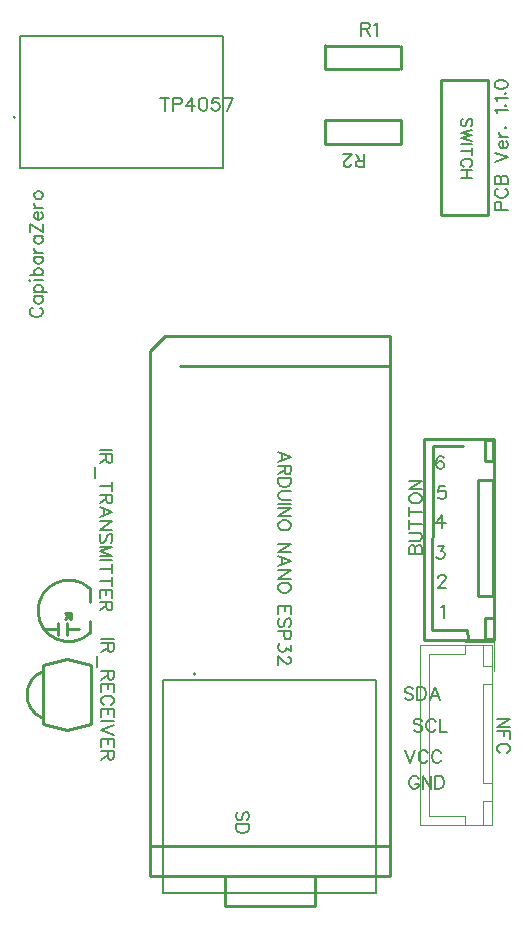
<source format=gto>
G04 Layer: TopSilkscreenLayer*
G04 EasyEDA v6.5.40, 2024-06-27 16:13:32*
G04 238aab5cf2124ce88d5ddd1cd96433f3,df7e7e3c38a3447abd37b529b333d242,10*
G04 Gerber Generator version 0.2*
G04 Scale: 100 percent, Rotated: No, Reflected: No *
G04 Dimensions in millimeters *
G04 leading zeros omitted , absolute positions ,4 integer and 5 decimal *
%FSLAX45Y45*%
%MOMM*%

%ADD10C,0.1524*%
%ADD11C,0.2540*%
%ADD12C,0.1200*%
%ADD13C,0.1600*%

%LPD*%
D10*
X2820415Y3069844D02*
G01*
X2711450Y3111500D01*
X2820415Y3069844D02*
G01*
X2711450Y3028442D01*
X2747772Y3096005D02*
G01*
X2747772Y3043936D01*
X2820415Y2994152D02*
G01*
X2711450Y2994152D01*
X2820415Y2994152D02*
G01*
X2820415Y2947415D01*
X2815336Y2931668D01*
X2810002Y2926587D01*
X2799588Y2921254D01*
X2789174Y2921254D01*
X2778759Y2926587D01*
X2773679Y2931668D01*
X2768600Y2947415D01*
X2768600Y2994152D01*
X2768600Y2957829D02*
G01*
X2711450Y2921254D01*
X2820415Y2886963D02*
G01*
X2711450Y2886963D01*
X2820415Y2886963D02*
G01*
X2820415Y2850642D01*
X2815336Y2835147D01*
X2804922Y2824734D01*
X2794508Y2819400D01*
X2778759Y2814320D01*
X2752852Y2814320D01*
X2737358Y2819400D01*
X2726943Y2824734D01*
X2716529Y2835147D01*
X2711450Y2850642D01*
X2711450Y2886963D01*
X2820415Y2780029D02*
G01*
X2742438Y2780029D01*
X2726943Y2774950D01*
X2716529Y2764536D01*
X2711450Y2748787D01*
X2711450Y2738373D01*
X2716529Y2722879D01*
X2726943Y2712465D01*
X2742438Y2707386D01*
X2820415Y2707386D01*
X2820415Y2673095D02*
G01*
X2711450Y2673095D01*
X2820415Y2638805D02*
G01*
X2711450Y2638805D01*
X2820415Y2638805D02*
G01*
X2711450Y2565907D01*
X2820415Y2565907D02*
G01*
X2711450Y2565907D01*
X2820415Y2500629D02*
G01*
X2815336Y2510789D01*
X2804922Y2521204D01*
X2794508Y2526537D01*
X2778759Y2531618D01*
X2752852Y2531618D01*
X2737358Y2526537D01*
X2726943Y2521204D01*
X2716529Y2510789D01*
X2711450Y2500629D01*
X2711450Y2479802D01*
X2716529Y2469387D01*
X2726943Y2458973D01*
X2737358Y2453639D01*
X2752852Y2448560D01*
X2778759Y2448560D01*
X2794508Y2453639D01*
X2804922Y2458973D01*
X2815336Y2469387D01*
X2820415Y2479802D01*
X2820415Y2500629D01*
X2820415Y2334260D02*
G01*
X2711450Y2334260D01*
X2820415Y2334260D02*
G01*
X2711450Y2261615D01*
X2820415Y2261615D02*
G01*
X2711450Y2261615D01*
X2820415Y2185670D02*
G01*
X2711450Y2227326D01*
X2820415Y2185670D02*
G01*
X2711450Y2144013D01*
X2747772Y2211578D02*
G01*
X2747772Y2159762D01*
X2820415Y2109723D02*
G01*
X2711450Y2109723D01*
X2820415Y2109723D02*
G01*
X2711450Y2037079D01*
X2820415Y2037079D02*
G01*
X2711450Y2037079D01*
X2820415Y1971547D02*
G01*
X2815336Y1981962D01*
X2804922Y1992376D01*
X2794508Y1997710D01*
X2778759Y2002789D01*
X2752852Y2002789D01*
X2737358Y1997710D01*
X2726943Y1992376D01*
X2716529Y1981962D01*
X2711450Y1971547D01*
X2711450Y1950720D01*
X2716529Y1940560D01*
X2726943Y1930145D01*
X2737358Y1924812D01*
X2752852Y1919731D01*
X2778759Y1919731D01*
X2794508Y1924812D01*
X2804922Y1930145D01*
X2815336Y1940560D01*
X2820415Y1950720D01*
X2820415Y1971547D01*
X2820415Y1805431D02*
G01*
X2711450Y1805431D01*
X2820415Y1805431D02*
G01*
X2820415Y1737868D01*
X2768600Y1805431D02*
G01*
X2768600Y1763776D01*
X2711450Y1805431D02*
G01*
X2711450Y1737868D01*
X2804922Y1630679D02*
G01*
X2815336Y1641094D01*
X2820415Y1656842D01*
X2820415Y1677670D01*
X2815336Y1693163D01*
X2804922Y1703578D01*
X2794508Y1703578D01*
X2784093Y1698244D01*
X2778759Y1693163D01*
X2773679Y1682750D01*
X2763265Y1651507D01*
X2758186Y1641094D01*
X2752852Y1636013D01*
X2742438Y1630679D01*
X2726943Y1630679D01*
X2716529Y1641094D01*
X2711450Y1656842D01*
X2711450Y1677670D01*
X2716529Y1693163D01*
X2726943Y1703578D01*
X2820415Y1596389D02*
G01*
X2711450Y1596389D01*
X2820415Y1596389D02*
G01*
X2820415Y1549654D01*
X2815336Y1534160D01*
X2810002Y1529079D01*
X2799588Y1523745D01*
X2784093Y1523745D01*
X2773679Y1529079D01*
X2768600Y1534160D01*
X2763265Y1549654D01*
X2763265Y1596389D01*
X2820415Y1479042D02*
G01*
X2820415Y1421892D01*
X2778759Y1453134D01*
X2778759Y1437639D01*
X2773679Y1427226D01*
X2768600Y1421892D01*
X2752852Y1416812D01*
X2742438Y1416812D01*
X2726943Y1421892D01*
X2716529Y1432305D01*
X2711450Y1447800D01*
X2711450Y1463547D01*
X2716529Y1479042D01*
X2721609Y1484376D01*
X2732024Y1489455D01*
X2794508Y1377187D02*
G01*
X2799588Y1377187D01*
X2810002Y1372107D01*
X2815336Y1366773D01*
X2820415Y1356360D01*
X2820415Y1335786D01*
X2815336Y1325371D01*
X2810002Y1320037D01*
X2799588Y1314957D01*
X2789174Y1314957D01*
X2778759Y1320037D01*
X2763265Y1330452D01*
X2711450Y1382521D01*
X2711450Y1309623D01*
X634492Y4332478D02*
G01*
X624078Y4327144D01*
X613663Y4316729D01*
X608584Y4306570D01*
X608584Y4285742D01*
X613663Y4275328D01*
X624078Y4264913D01*
X634492Y4259579D01*
X650239Y4254500D01*
X676147Y4254500D01*
X691642Y4259579D01*
X702055Y4264913D01*
X712470Y4275328D01*
X717550Y4285742D01*
X717550Y4306570D01*
X712470Y4316729D01*
X702055Y4327144D01*
X691642Y4332478D01*
X644905Y4428997D02*
G01*
X717550Y4428997D01*
X660400Y4428997D02*
G01*
X650239Y4418584D01*
X644905Y4408170D01*
X644905Y4392676D01*
X650239Y4382262D01*
X660400Y4371847D01*
X676147Y4366768D01*
X686562Y4366768D01*
X702055Y4371847D01*
X712470Y4382262D01*
X717550Y4392676D01*
X717550Y4408170D01*
X712470Y4418584D01*
X702055Y4428997D01*
X644905Y4463287D02*
G01*
X754126Y4463287D01*
X660400Y4463287D02*
G01*
X650239Y4473702D01*
X644905Y4484115D01*
X644905Y4499610D01*
X650239Y4510023D01*
X660400Y4520437D01*
X676147Y4525771D01*
X686562Y4525771D01*
X702055Y4520437D01*
X712470Y4510023D01*
X717550Y4499610D01*
X717550Y4484115D01*
X712470Y4473702D01*
X702055Y4463287D01*
X608584Y4560062D02*
G01*
X613663Y4565142D01*
X608584Y4570476D01*
X603250Y4565142D01*
X608584Y4560062D01*
X644905Y4565142D02*
G01*
X717550Y4565142D01*
X608584Y4604765D02*
G01*
X717550Y4604765D01*
X660400Y4604765D02*
G01*
X650239Y4615179D01*
X644905Y4625339D01*
X644905Y4641087D01*
X650239Y4651502D01*
X660400Y4661915D01*
X676147Y4666995D01*
X686562Y4666995D01*
X702055Y4661915D01*
X712470Y4651502D01*
X717550Y4641087D01*
X717550Y4625339D01*
X712470Y4615179D01*
X702055Y4604765D01*
X644905Y4763770D02*
G01*
X717550Y4763770D01*
X660400Y4763770D02*
G01*
X650239Y4753355D01*
X644905Y4742942D01*
X644905Y4727194D01*
X650239Y4716779D01*
X660400Y4706620D01*
X676147Y4701286D01*
X686562Y4701286D01*
X702055Y4706620D01*
X712470Y4716779D01*
X717550Y4727194D01*
X717550Y4742942D01*
X712470Y4753355D01*
X702055Y4763770D01*
X644905Y4798060D02*
G01*
X717550Y4798060D01*
X676147Y4798060D02*
G01*
X660400Y4803139D01*
X650239Y4813554D01*
X644905Y4823968D01*
X644905Y4839462D01*
X644905Y4936236D02*
G01*
X717550Y4936236D01*
X660400Y4936236D02*
G01*
X650239Y4925821D01*
X644905Y4915407D01*
X644905Y4899660D01*
X650239Y4889500D01*
X660400Y4879086D01*
X676147Y4873752D01*
X686562Y4873752D01*
X702055Y4879086D01*
X712470Y4889500D01*
X717550Y4899660D01*
X717550Y4915407D01*
X712470Y4925821D01*
X702055Y4936236D01*
X608584Y5043170D02*
G01*
X717550Y4970526D01*
X608584Y4970526D02*
G01*
X608584Y5043170D01*
X717550Y4970526D02*
G01*
X717550Y5043170D01*
X676147Y5077460D02*
G01*
X676147Y5139689D01*
X665734Y5139689D01*
X655320Y5134610D01*
X650239Y5129529D01*
X644905Y5119115D01*
X644905Y5103368D01*
X650239Y5092954D01*
X660400Y5082539D01*
X676147Y5077460D01*
X686562Y5077460D01*
X702055Y5082539D01*
X712470Y5092954D01*
X717550Y5103368D01*
X717550Y5119115D01*
X712470Y5129529D01*
X702055Y5139689D01*
X644905Y5173979D02*
G01*
X717550Y5173979D01*
X676147Y5173979D02*
G01*
X660400Y5179313D01*
X650239Y5189728D01*
X644905Y5200142D01*
X644905Y5215636D01*
X644905Y5275834D02*
G01*
X650239Y5265420D01*
X660400Y5255260D01*
X676147Y5249926D01*
X686562Y5249926D01*
X702055Y5255260D01*
X712470Y5265420D01*
X717550Y5275834D01*
X717550Y5291581D01*
X712470Y5301995D01*
X702055Y5312410D01*
X686562Y5317489D01*
X676147Y5317489D01*
X660400Y5312410D01*
X650239Y5301995D01*
X644905Y5291581D01*
X644905Y5275834D01*
X4113529Y3058921D02*
G01*
X4108450Y3069336D01*
X4092956Y3074415D01*
X4082541Y3074415D01*
X4066793Y3069336D01*
X4056379Y3053587D01*
X4051300Y3027679D01*
X4051300Y3001771D01*
X4056379Y2980944D01*
X4066793Y2970529D01*
X4082541Y2965450D01*
X4087622Y2965450D01*
X4103370Y2970529D01*
X4113529Y2980944D01*
X4118863Y2996437D01*
X4118863Y3001771D01*
X4113529Y3017265D01*
X4103370Y3027679D01*
X4087622Y3032760D01*
X4082541Y3032760D01*
X4066793Y3027679D01*
X4056379Y3017265D01*
X4051300Y3001771D01*
X4061713Y2312415D02*
G01*
X4118863Y2312415D01*
X4087622Y2270760D01*
X4103370Y2270760D01*
X4113529Y2265679D01*
X4118863Y2260600D01*
X4123943Y2244852D01*
X4123943Y2234437D01*
X4118863Y2218944D01*
X4108450Y2208529D01*
X4092956Y2203450D01*
X4077208Y2203450D01*
X4061713Y2208529D01*
X4056379Y2213610D01*
X4051300Y2224023D01*
X4089400Y1796287D02*
G01*
X4099813Y1801621D01*
X4115308Y1817115D01*
X4115308Y1708150D01*
X4069079Y2045207D02*
G01*
X4069079Y2050287D01*
X4074413Y2060702D01*
X4079493Y2066036D01*
X4089908Y2071115D01*
X4110736Y2071115D01*
X4121150Y2066036D01*
X4126229Y2060702D01*
X4131563Y2050287D01*
X4131563Y2039873D01*
X4126229Y2029460D01*
X4116070Y2013965D01*
X4064000Y1962150D01*
X4136643Y1962150D01*
X4103370Y2579115D02*
G01*
X4051300Y2506471D01*
X4129277Y2506471D01*
X4103370Y2579115D02*
G01*
X4103370Y2470150D01*
X4126229Y2820415D02*
G01*
X4074413Y2820415D01*
X4069079Y2773679D01*
X4074413Y2778760D01*
X4089908Y2784094D01*
X4105656Y2784094D01*
X4121150Y2778760D01*
X4131563Y2768600D01*
X4136643Y2752852D01*
X4136643Y2742437D01*
X4131563Y2726944D01*
X4121150Y2716529D01*
X4105656Y2711450D01*
X4089908Y2711450D01*
X4074413Y2716529D01*
X4069079Y2721610D01*
X4064000Y2732023D01*
X3900677Y343407D02*
G01*
X3895343Y353821D01*
X3884929Y364236D01*
X3874770Y369315D01*
X3853941Y369315D01*
X3843527Y364236D01*
X3833113Y353821D01*
X3827779Y343407D01*
X3822700Y327660D01*
X3822700Y301752D01*
X3827779Y286257D01*
X3833113Y275844D01*
X3843527Y265429D01*
X3853941Y260350D01*
X3874770Y260350D01*
X3884929Y265429D01*
X3895343Y275844D01*
X3900677Y286257D01*
X3900677Y301752D01*
X3874770Y301752D02*
G01*
X3900677Y301752D01*
X3934968Y369315D02*
G01*
X3934968Y260350D01*
X3934968Y369315D02*
G01*
X4007611Y260350D01*
X4007611Y369315D02*
G01*
X4007611Y260350D01*
X4041902Y369315D02*
G01*
X4041902Y260350D01*
X4041902Y369315D02*
G01*
X4078224Y369315D01*
X4093972Y364236D01*
X4104386Y353821D01*
X4109465Y343407D01*
X4114800Y327660D01*
X4114800Y301752D01*
X4109465Y286257D01*
X4104386Y275844D01*
X4093972Y265429D01*
X4078224Y260350D01*
X4041902Y260350D01*
X3784600Y585215D02*
G01*
X3826256Y476250D01*
X3867658Y585215D02*
G01*
X3826256Y476250D01*
X3979925Y559307D02*
G01*
X3974845Y569721D01*
X3964431Y580136D01*
X3954018Y585215D01*
X3933190Y585215D01*
X3922775Y580136D01*
X3912361Y569721D01*
X3907281Y559307D01*
X3901947Y543560D01*
X3901947Y517652D01*
X3907281Y502157D01*
X3912361Y491744D01*
X3922775Y481329D01*
X3933190Y476250D01*
X3954018Y476250D01*
X3964431Y481329D01*
X3974845Y491744D01*
X3979925Y502157D01*
X4092193Y559307D02*
G01*
X4086859Y569721D01*
X4076700Y580136D01*
X4066286Y585215D01*
X4045458Y585215D01*
X4035043Y580136D01*
X4024629Y569721D01*
X4019550Y559307D01*
X4014215Y543560D01*
X4014215Y517652D01*
X4019550Y502157D01*
X4024629Y491744D01*
X4035043Y481329D01*
X4045458Y476250D01*
X4066286Y476250D01*
X4076700Y481329D01*
X4086859Y491744D01*
X4092193Y502157D01*
X3857243Y1103121D02*
G01*
X3846829Y1113536D01*
X3831336Y1118615D01*
X3810508Y1118615D01*
X3795013Y1113536D01*
X3784600Y1103121D01*
X3784600Y1092707D01*
X3789679Y1082294D01*
X3795013Y1076960D01*
X3805427Y1071879D01*
X3836670Y1061465D01*
X3846829Y1056386D01*
X3852163Y1051052D01*
X3857243Y1040637D01*
X3857243Y1025144D01*
X3846829Y1014729D01*
X3831336Y1009650D01*
X3810508Y1009650D01*
X3795013Y1014729D01*
X3784600Y1025144D01*
X3891534Y1118615D02*
G01*
X3891534Y1009650D01*
X3891534Y1118615D02*
G01*
X3928109Y1118615D01*
X3943604Y1113536D01*
X3954018Y1103121D01*
X3959097Y1092707D01*
X3964431Y1076960D01*
X3964431Y1051052D01*
X3959097Y1035557D01*
X3954018Y1025144D01*
X3943604Y1014729D01*
X3928109Y1009650D01*
X3891534Y1009650D01*
X4040124Y1118615D02*
G01*
X3998722Y1009650D01*
X4040124Y1118615D02*
G01*
X4081779Y1009650D01*
X4014215Y1045971D02*
G01*
X4066286Y1045971D01*
X3933443Y836421D02*
G01*
X3923029Y846836D01*
X3907536Y851915D01*
X3886708Y851915D01*
X3871213Y846836D01*
X3860800Y836421D01*
X3860800Y826007D01*
X3865879Y815594D01*
X3871213Y810260D01*
X3881627Y805179D01*
X3912870Y794765D01*
X3923029Y789686D01*
X3928363Y784352D01*
X3933443Y773937D01*
X3933443Y758444D01*
X3923029Y748029D01*
X3907536Y742950D01*
X3886708Y742950D01*
X3871213Y748029D01*
X3860800Y758444D01*
X4045711Y826007D02*
G01*
X4040631Y836421D01*
X4030218Y846836D01*
X4019804Y851915D01*
X3998975Y851915D01*
X3988561Y846836D01*
X3978147Y836421D01*
X3973068Y826007D01*
X3967734Y810260D01*
X3967734Y784352D01*
X3973068Y768857D01*
X3978147Y758444D01*
X3988561Y748029D01*
X3998975Y742950D01*
X4019804Y742950D01*
X4030218Y748029D01*
X4040631Y758444D01*
X4045711Y768857D01*
X4080002Y851915D02*
G01*
X4080002Y742950D01*
X4080002Y742950D02*
G01*
X4142486Y742950D01*
X4545584Y5156200D02*
G01*
X4654550Y5156200D01*
X4545584Y5156200D02*
G01*
X4545584Y5202936D01*
X4550663Y5218429D01*
X4555997Y5223763D01*
X4566411Y5228844D01*
X4581906Y5228844D01*
X4592320Y5223763D01*
X4597400Y5218429D01*
X4602734Y5202936D01*
X4602734Y5156200D01*
X4571491Y5341112D02*
G01*
X4561077Y5336031D01*
X4550663Y5325618D01*
X4545584Y5315204D01*
X4545584Y5294376D01*
X4550663Y5283962D01*
X4561077Y5273547D01*
X4571491Y5268468D01*
X4587240Y5263134D01*
X4613147Y5263134D01*
X4628641Y5268468D01*
X4639056Y5273547D01*
X4649470Y5283962D01*
X4654550Y5294376D01*
X4654550Y5315204D01*
X4649470Y5325618D01*
X4639056Y5336031D01*
X4628641Y5341112D01*
X4545584Y5375402D02*
G01*
X4654550Y5375402D01*
X4545584Y5375402D02*
G01*
X4545584Y5422137D01*
X4550663Y5437886D01*
X4555997Y5442965D01*
X4566411Y5448300D01*
X4576825Y5448300D01*
X4587240Y5442965D01*
X4592320Y5437886D01*
X4597400Y5422137D01*
X4597400Y5375402D02*
G01*
X4597400Y5422137D01*
X4602734Y5437886D01*
X4607813Y5442965D01*
X4618227Y5448300D01*
X4633975Y5448300D01*
X4644390Y5442965D01*
X4649470Y5437886D01*
X4654550Y5422137D01*
X4654550Y5375402D01*
X4545584Y5562600D02*
G01*
X4654550Y5604002D01*
X4545584Y5645657D02*
G01*
X4654550Y5604002D01*
X4613147Y5679947D02*
G01*
X4613147Y5742178D01*
X4602734Y5742178D01*
X4592320Y5737097D01*
X4587240Y5731763D01*
X4581906Y5721350D01*
X4581906Y5705855D01*
X4587240Y5695442D01*
X4597400Y5685028D01*
X4613147Y5679947D01*
X4623561Y5679947D01*
X4639056Y5685028D01*
X4649470Y5695442D01*
X4654550Y5705855D01*
X4654550Y5721350D01*
X4649470Y5731763D01*
X4639056Y5742178D01*
X4581906Y5776468D02*
G01*
X4654550Y5776468D01*
X4613147Y5776468D02*
G01*
X4597400Y5781802D01*
X4587240Y5792215D01*
X4581906Y5802629D01*
X4581906Y5818123D01*
X4628641Y5857494D02*
G01*
X4633975Y5852413D01*
X4639056Y5857494D01*
X4633975Y5862828D01*
X4628641Y5857494D01*
X4566411Y5977128D02*
G01*
X4561077Y5987542D01*
X4545584Y6003036D01*
X4654550Y6003036D01*
X4628641Y6042660D02*
G01*
X4633975Y6037326D01*
X4639056Y6042660D01*
X4633975Y6047739D01*
X4628641Y6042660D01*
X4566411Y6082029D02*
G01*
X4561077Y6092444D01*
X4545584Y6107937D01*
X4654550Y6107937D01*
X4628641Y6147562D02*
G01*
X4633975Y6142228D01*
X4639056Y6147562D01*
X4633975Y6152642D01*
X4628641Y6147562D01*
X4545584Y6218173D02*
G01*
X4550663Y6202679D01*
X4566411Y6192265D01*
X4592320Y6186931D01*
X4607813Y6186931D01*
X4633975Y6192265D01*
X4649470Y6202679D01*
X4654550Y6218173D01*
X4654550Y6228587D01*
X4649470Y6244081D01*
X4633975Y6254495D01*
X4607813Y6259829D01*
X4592320Y6259829D01*
X4566411Y6254495D01*
X4550663Y6244081D01*
X4545584Y6228587D01*
X4545584Y6218173D01*
X1750821Y6109715D02*
G01*
X1750821Y6000750D01*
X1714500Y6109715D02*
G01*
X1787144Y6109715D01*
X1821434Y6109715D02*
G01*
X1821434Y6000750D01*
X1821434Y6109715D02*
G01*
X1868170Y6109715D01*
X1883918Y6104636D01*
X1888997Y6099302D01*
X1894331Y6088887D01*
X1894331Y6073394D01*
X1888997Y6062979D01*
X1883918Y6057900D01*
X1868170Y6052565D01*
X1821434Y6052565D01*
X1980438Y6109715D02*
G01*
X1928621Y6037071D01*
X2006600Y6037071D01*
X1980438Y6109715D02*
G01*
X1980438Y6000750D01*
X2071877Y6109715D02*
G01*
X2056384Y6104636D01*
X2045970Y6088887D01*
X2040890Y6062979D01*
X2040890Y6047486D01*
X2045970Y6021323D01*
X2056384Y6005829D01*
X2071877Y6000750D01*
X2082291Y6000750D01*
X2098040Y6005829D01*
X2108200Y6021323D01*
X2113534Y6047486D01*
X2113534Y6062979D01*
X2108200Y6088887D01*
X2098040Y6104636D01*
X2082291Y6109715D01*
X2071877Y6109715D01*
X2210054Y6109715D02*
G01*
X2158238Y6109715D01*
X2152904Y6062979D01*
X2158238Y6068060D01*
X2173731Y6073394D01*
X2189479Y6073394D01*
X2204974Y6068060D01*
X2215388Y6057900D01*
X2220468Y6042152D01*
X2220468Y6031737D01*
X2215388Y6016244D01*
X2204974Y6005829D01*
X2189479Y6000750D01*
X2173731Y6000750D01*
X2158238Y6005829D01*
X2152904Y6010910D01*
X2147824Y6021323D01*
X2327656Y6109715D02*
G01*
X2275586Y6000750D01*
X2254758Y6109715D02*
G01*
X2327656Y6109715D01*
X4341875Y5867145D02*
G01*
X4350765Y5876289D01*
X4355338Y5890005D01*
X4355338Y5908294D01*
X4350765Y5921755D01*
X4341875Y5930900D01*
X4332731Y5930900D01*
X4323588Y5926328D01*
X4319015Y5921755D01*
X4314443Y5912612D01*
X4305300Y5885434D01*
X4300981Y5876289D01*
X4296409Y5871718D01*
X4287265Y5867145D01*
X4273550Y5867145D01*
X4264406Y5876289D01*
X4259834Y5890005D01*
X4259834Y5908294D01*
X4264406Y5921755D01*
X4273550Y5930900D01*
X4355338Y5837173D02*
G01*
X4259834Y5814568D01*
X4355338Y5791707D02*
G01*
X4259834Y5814568D01*
X4355338Y5791707D02*
G01*
X4259834Y5769102D01*
X4355338Y5746242D02*
G01*
X4259834Y5769102D01*
X4355338Y5716270D02*
G01*
X4259834Y5716270D01*
X4355338Y5654547D02*
G01*
X4259834Y5654547D01*
X4355338Y5686297D02*
G01*
X4355338Y5622797D01*
X4332731Y5524500D02*
G01*
X4341875Y5529071D01*
X4350765Y5538215D01*
X4355338Y5547360D01*
X4355338Y5565394D01*
X4350765Y5574537D01*
X4341875Y5583681D01*
X4332731Y5588254D01*
X4319015Y5592826D01*
X4296409Y5592826D01*
X4282693Y5588254D01*
X4273550Y5583681D01*
X4264406Y5574537D01*
X4259834Y5565394D01*
X4259834Y5547360D01*
X4264406Y5538215D01*
X4273550Y5529071D01*
X4282693Y5524500D01*
X4355338Y5494528D02*
G01*
X4259834Y5494528D01*
X4355338Y5430773D02*
G01*
X4259834Y5430773D01*
X4309872Y5494528D02*
G01*
X4309872Y5430773D01*
X3821676Y2247900D02*
G01*
X3930642Y2247900D01*
X3821676Y2247900D02*
G01*
X3821676Y2294636D01*
X3826756Y2310129D01*
X3832090Y2315463D01*
X3842504Y2320544D01*
X3852918Y2320544D01*
X3863332Y2315463D01*
X3868412Y2310129D01*
X3873492Y2294636D01*
X3873492Y2247900D02*
G01*
X3873492Y2294636D01*
X3878826Y2310129D01*
X3883906Y2315463D01*
X3894320Y2320544D01*
X3910068Y2320544D01*
X3920482Y2315463D01*
X3925562Y2310129D01*
X3930642Y2294636D01*
X3930642Y2247900D01*
X3821676Y2354834D02*
G01*
X3899654Y2354834D01*
X3915148Y2360168D01*
X3925562Y2370581D01*
X3930642Y2386076D01*
X3930642Y2396489D01*
X3925562Y2411984D01*
X3915148Y2422397D01*
X3899654Y2427731D01*
X3821676Y2427731D01*
X3821676Y2498344D02*
G01*
X3930642Y2498344D01*
X3821676Y2462021D02*
G01*
X3821676Y2534665D01*
X3821676Y2605278D02*
G01*
X3930642Y2605278D01*
X3821676Y2568955D02*
G01*
X3821676Y2641600D01*
X3821676Y2707131D02*
G01*
X3826756Y2696718D01*
X3837170Y2686304D01*
X3847584Y2681223D01*
X3863332Y2675889D01*
X3889240Y2675889D01*
X3904734Y2681223D01*
X3915148Y2686304D01*
X3925562Y2696718D01*
X3930642Y2707131D01*
X3930642Y2727960D01*
X3925562Y2738373D01*
X3915148Y2748787D01*
X3904734Y2753868D01*
X3889240Y2759202D01*
X3863332Y2759202D01*
X3847584Y2753868D01*
X3837170Y2748787D01*
X3826756Y2738373D01*
X3821676Y2727960D01*
X3821676Y2707131D01*
X3821676Y2793492D02*
G01*
X3930642Y2793492D01*
X3821676Y2793492D02*
G01*
X3930642Y2866136D01*
X3821676Y2866136D02*
G01*
X3930642Y2866136D01*
X1321815Y1524000D02*
G01*
X1212850Y1524000D01*
X1321815Y1489710D02*
G01*
X1212850Y1489710D01*
X1321815Y1489710D02*
G01*
X1321815Y1442973D01*
X1316736Y1427479D01*
X1311402Y1422145D01*
X1300987Y1417065D01*
X1290573Y1417065D01*
X1280160Y1422145D01*
X1275079Y1427479D01*
X1270000Y1442973D01*
X1270000Y1489710D01*
X1270000Y1453387D02*
G01*
X1212850Y1417065D01*
X1176273Y1382776D02*
G01*
X1176273Y1289050D01*
X1321815Y1254760D02*
G01*
X1212850Y1254760D01*
X1321815Y1254760D02*
G01*
X1321815Y1208023D01*
X1316736Y1192529D01*
X1311402Y1187450D01*
X1300987Y1182115D01*
X1290573Y1182115D01*
X1280160Y1187450D01*
X1275079Y1192529D01*
X1270000Y1208023D01*
X1270000Y1254760D01*
X1270000Y1218437D02*
G01*
X1212850Y1182115D01*
X1321815Y1147826D02*
G01*
X1212850Y1147826D01*
X1321815Y1147826D02*
G01*
X1321815Y1080262D01*
X1270000Y1147826D02*
G01*
X1270000Y1106170D01*
X1212850Y1147826D02*
G01*
X1212850Y1080262D01*
X1295907Y967994D02*
G01*
X1306321Y973328D01*
X1316736Y983742D01*
X1321815Y994155D01*
X1321815Y1014729D01*
X1316736Y1025144D01*
X1306321Y1035557D01*
X1295907Y1040892D01*
X1280160Y1045971D01*
X1254252Y1045971D01*
X1238757Y1040892D01*
X1228344Y1035557D01*
X1217929Y1025144D01*
X1212850Y1014729D01*
X1212850Y994155D01*
X1217929Y983742D01*
X1228344Y973328D01*
X1238757Y967994D01*
X1321815Y933704D02*
G01*
X1212850Y933704D01*
X1321815Y933704D02*
G01*
X1321815Y866139D01*
X1270000Y933704D02*
G01*
X1270000Y892302D01*
X1212850Y933704D02*
G01*
X1212850Y866139D01*
X1321815Y831850D02*
G01*
X1212850Y831850D01*
X1321815Y797560D02*
G01*
X1212850Y756157D01*
X1321815Y714502D02*
G01*
X1212850Y756157D01*
X1321815Y680212D02*
G01*
X1212850Y680212D01*
X1321815Y680212D02*
G01*
X1321815Y612647D01*
X1270000Y680212D02*
G01*
X1270000Y638810D01*
X1212850Y680212D02*
G01*
X1212850Y612647D01*
X1321815Y578357D02*
G01*
X1212850Y578357D01*
X1321815Y578357D02*
G01*
X1321815Y531621D01*
X1316736Y516128D01*
X1311402Y510794D01*
X1300987Y505713D01*
X1290573Y505713D01*
X1280160Y510794D01*
X1275079Y516128D01*
X1270000Y531621D01*
X1270000Y578357D01*
X1270000Y542036D02*
G01*
X1212850Y505713D01*
X1309115Y3124200D02*
G01*
X1200150Y3124200D01*
X1309115Y3089910D02*
G01*
X1200150Y3089910D01*
X1309115Y3089910D02*
G01*
X1309115Y3043173D01*
X1304036Y3027679D01*
X1298702Y3022345D01*
X1288287Y3017265D01*
X1277873Y3017265D01*
X1267460Y3022345D01*
X1262379Y3027679D01*
X1257300Y3043173D01*
X1257300Y3089910D01*
X1257300Y3053587D02*
G01*
X1200150Y3017265D01*
X1163573Y2982976D02*
G01*
X1163573Y2889250D01*
X1309115Y2818637D02*
G01*
X1200150Y2818637D01*
X1309115Y2854960D02*
G01*
X1309115Y2782315D01*
X1309115Y2748026D02*
G01*
X1200150Y2748026D01*
X1309115Y2748026D02*
G01*
X1309115Y2701289D01*
X1304036Y2685795D01*
X1298702Y2680462D01*
X1288287Y2675381D01*
X1277873Y2675381D01*
X1267460Y2680462D01*
X1262379Y2685795D01*
X1257300Y2701289D01*
X1257300Y2748026D01*
X1257300Y2711704D02*
G01*
X1200150Y2675381D01*
X1309115Y2599436D02*
G01*
X1200150Y2641092D01*
X1309115Y2599436D02*
G01*
X1200150Y2557779D01*
X1236471Y2625344D02*
G01*
X1236471Y2573528D01*
X1309115Y2523489D02*
G01*
X1200150Y2523489D01*
X1309115Y2523489D02*
G01*
X1200150Y2450845D01*
X1309115Y2450845D02*
G01*
X1200150Y2450845D01*
X1293621Y2343912D02*
G01*
X1304036Y2354326D01*
X1309115Y2369820D01*
X1309115Y2390647D01*
X1304036Y2406142D01*
X1293621Y2416555D01*
X1283207Y2416555D01*
X1272794Y2411476D01*
X1267460Y2406142D01*
X1262379Y2395728D01*
X1251965Y2364739D01*
X1246886Y2354326D01*
X1241552Y2348992D01*
X1231137Y2343912D01*
X1215644Y2343912D01*
X1205229Y2354326D01*
X1200150Y2369820D01*
X1200150Y2390647D01*
X1205229Y2406142D01*
X1215644Y2416555D01*
X1309115Y2309621D02*
G01*
X1200150Y2309621D01*
X1309115Y2309621D02*
G01*
X1200150Y2267965D01*
X1309115Y2226310D02*
G01*
X1200150Y2267965D01*
X1309115Y2226310D02*
G01*
X1200150Y2226310D01*
X1309115Y2192020D02*
G01*
X1200150Y2192020D01*
X1309115Y2121407D02*
G01*
X1200150Y2121407D01*
X1309115Y2157729D02*
G01*
X1309115Y2085086D01*
X1309115Y2014473D02*
G01*
X1200150Y2014473D01*
X1309115Y2050795D02*
G01*
X1309115Y1978152D01*
X1309115Y1943862D02*
G01*
X1200150Y1943862D01*
X1309115Y1943862D02*
G01*
X1309115Y1876297D01*
X1257300Y1943862D02*
G01*
X1257300Y1902205D01*
X1200150Y1943862D02*
G01*
X1200150Y1876297D01*
X1309115Y1842007D02*
G01*
X1200150Y1842007D01*
X1309115Y1842007D02*
G01*
X1309115Y1795271D01*
X1304036Y1779523D01*
X1298702Y1774444D01*
X1288287Y1769110D01*
X1277873Y1769110D01*
X1267460Y1774444D01*
X1262379Y1779523D01*
X1257300Y1795271D01*
X1257300Y1842007D01*
X1257300Y1805686D02*
G01*
X1200150Y1769110D01*
X4674615Y850900D02*
G01*
X4565650Y850900D01*
X4674615Y850900D02*
G01*
X4565650Y778255D01*
X4674615Y778255D02*
G01*
X4565650Y778255D01*
X4674615Y743965D02*
G01*
X4565650Y743965D01*
X4674615Y743965D02*
G01*
X4674615Y676402D01*
X4622800Y743965D02*
G01*
X4622800Y702310D01*
X4648708Y564134D02*
G01*
X4659122Y569213D01*
X4669536Y579628D01*
X4674615Y590042D01*
X4674615Y610870D01*
X4669536Y621284D01*
X4659122Y631697D01*
X4648708Y636778D01*
X4632959Y642112D01*
X4607052Y642112D01*
X4591558Y636778D01*
X4581143Y631697D01*
X4570729Y621284D01*
X4565650Y610870D01*
X4565650Y590042D01*
X4570729Y579628D01*
X4581143Y569213D01*
X4591558Y564134D01*
X2449144Y-9321D02*
G01*
X2459558Y1092D01*
X2464892Y16840D01*
X2464892Y37414D01*
X2459558Y53162D01*
X2449144Y63576D01*
X2438984Y63576D01*
X2428570Y58242D01*
X2423236Y53162D01*
X2418156Y42748D01*
X2407742Y11506D01*
X2402408Y1092D01*
X2397328Y-3987D01*
X2386914Y-9321D01*
X2371420Y-9321D01*
X2361006Y1092D01*
X2355672Y16840D01*
X2355672Y37414D01*
X2361006Y53162D01*
X2371420Y63576D01*
X2464892Y-43611D02*
G01*
X2355672Y-43611D01*
X2464892Y-43611D02*
G01*
X2464892Y-79933D01*
X2459558Y-95427D01*
X2449144Y-105841D01*
X2438984Y-111175D01*
X2423236Y-116255D01*
X2397328Y-116255D01*
X2381834Y-111175D01*
X2371420Y-105841D01*
X2361006Y-95427D01*
X2355672Y-79933D01*
X2355672Y-43611D01*
X3416300Y6744715D02*
G01*
X3416300Y6635750D01*
X3416300Y6744715D02*
G01*
X3463036Y6744715D01*
X3478529Y6739636D01*
X3483863Y6734302D01*
X3488943Y6723887D01*
X3488943Y6713473D01*
X3483863Y6703060D01*
X3478529Y6697979D01*
X3463036Y6692900D01*
X3416300Y6692900D01*
X3452622Y6692900D02*
G01*
X3488943Y6635750D01*
X3523234Y6723887D02*
G01*
X3533647Y6729221D01*
X3549395Y6744715D01*
X3549395Y6635750D01*
X3441700Y5523484D02*
G01*
X3441700Y5632450D01*
X3441700Y5523484D02*
G01*
X3394963Y5523484D01*
X3379470Y5528563D01*
X3374136Y5533897D01*
X3369056Y5544312D01*
X3369056Y5554726D01*
X3374136Y5565139D01*
X3379470Y5570220D01*
X3394963Y5575300D01*
X3441700Y5575300D01*
X3405377Y5575300D02*
G01*
X3369056Y5632450D01*
X3329431Y5549392D02*
G01*
X3329431Y5544312D01*
X3324352Y5533897D01*
X3319018Y5528563D01*
X3308604Y5523484D01*
X3288029Y5523484D01*
X3277615Y5528563D01*
X3272281Y5533897D01*
X3267202Y5544312D01*
X3267202Y5554726D01*
X3272281Y5565139D01*
X3282695Y5580634D01*
X3334765Y5632450D01*
X3261868Y5632450D01*
X526694Y6628206D02*
G01*
X2241905Y6628206D01*
X2241905Y5670219D01*
X2241905Y5512993D01*
X526694Y5512993D01*
X526694Y6628206D01*
D11*
X4492599Y6260592D02*
G01*
X4492599Y5118607D01*
X4092600Y6260592D02*
G01*
X4092600Y5118607D01*
X4492599Y6261100D02*
G01*
X4092600Y6261100D01*
X4492599Y5118607D02*
G01*
X4092600Y5118607D01*
X4279892Y3162300D02*
G01*
X4279892Y3162300D01*
X4025892Y3162300D01*
X4013903Y1598929D01*
X4315249Y1598929D01*
X4318424Y1530578D01*
X3943342Y1518310D02*
G01*
X3943342Y3218306D01*
X4538134Y3218306D01*
X4538134Y1518310D01*
X3943342Y1518310D01*
X4462162Y1523161D02*
G01*
X4462162Y1703070D01*
X4536254Y1703070D01*
X4536254Y1523161D01*
X4462162Y1523161D01*
X4406892Y1892300D02*
G01*
X4406892Y2872308D01*
X4532571Y2872308D01*
X4532571Y1892300D01*
X4406892Y1892300D01*
X4459902Y3035300D02*
G01*
X4459902Y3215208D01*
X4533993Y3215208D01*
X4533993Y3035300D01*
X4459902Y3035300D01*
X723900Y1303020D02*
G01*
X924560Y1353820D01*
X924560Y1353820D02*
G01*
X1125220Y1303020D01*
X1125220Y1303020D02*
G01*
X1125220Y805179D01*
X1125220Y805179D02*
G01*
X924560Y754379D01*
X924560Y754379D02*
G01*
X723900Y805179D01*
X723900Y805179D02*
G01*
X723900Y853439D01*
X723900Y853439D02*
G01*
X723900Y1254760D01*
X723900Y1254760D02*
G01*
X723900Y1303020D01*
X848360Y1666239D02*
G01*
X848360Y1615439D01*
X848360Y1564639D01*
X927100Y1666239D02*
G01*
X927100Y1615439D01*
X927100Y1564639D01*
X927100Y1615439D02*
G01*
X1026160Y1615439D01*
X746760Y1615439D02*
G01*
X848360Y1615439D01*
X906779Y1694179D02*
G01*
X957579Y1744979D01*
X906779Y1744979D01*
X957579Y1694179D01*
X957579Y1744979D01*
X1117600Y1955800D02*
G01*
X1117600Y1836420D01*
X1117600Y1574800D02*
G01*
X1117600Y1676400D01*
D12*
X4521200Y152400D02*
G01*
X4445000Y152400D01*
X4445000Y-50800D01*
X4521200Y-50800D01*
X4521200Y152400D01*
X4445000Y1473200D02*
G01*
X4521200Y1473200D01*
X4521200Y1295400D01*
X4445000Y1295400D01*
X4445000Y1473200D01*
X3911600Y1473200D01*
X3911600Y-50800D01*
X4521200Y-50800D01*
X4521200Y1473200D01*
X4521200Y1143000D02*
G01*
X4445000Y1143000D01*
X4445000Y304800D01*
X4521200Y304800D01*
X4521200Y1143000D01*
X4292600Y1473200D02*
G01*
X4292600Y1397000D01*
X3987800Y1397000D01*
X3987800Y25400D01*
X4292600Y25400D01*
X4292600Y-50800D01*
X4542281Y1254252D02*
G01*
X4542281Y1504187D01*
X4292091Y1504187D01*
D10*
X3544216Y1182016D02*
G01*
X3544216Y-623219D01*
X1738980Y-623219D01*
X1738980Y1182016D01*
X3544216Y1182016D01*
D11*
X3738199Y6349997D02*
G01*
X3108197Y6349997D01*
X3749040Y6550657D02*
G01*
X3749040Y6350662D01*
X3108959Y6550660D02*
G01*
X3738961Y6550660D01*
X3108959Y6352537D02*
G01*
X3108959Y6552539D01*
X3119800Y5918202D02*
G01*
X3749802Y5918202D01*
X3108959Y5717542D02*
G01*
X3108959Y5917537D01*
X3749040Y5717539D02*
G01*
X3119038Y5717539D01*
X3749040Y5915662D02*
G01*
X3749040Y5715660D01*
X1625600Y3581400D02*
G01*
X1625600Y3962400D01*
X1752600Y4089400D01*
X3657600Y4089400D01*
X3657600Y-482600D01*
X1625600Y-482600D01*
X1625600Y3581400D01*
X1879600Y3835400D02*
G01*
X3657600Y3835400D01*
X3657600Y-228600D01*
X1625600Y-228600D01*
X1625600Y3581400D01*
X2260600Y-482600D02*
G01*
X2260600Y-736600D01*
X3022600Y-736600D01*
X3022600Y-482600D01*
G75*
G01*
X724441Y1254219D02*
G03*
X724441Y854220I75041J-200000D01*
G75*
G01*
X1117600Y1574800D02*
G02*
X1117600Y1955800I-177798J190500D01*
D13*
G75*
G01
X486689Y5943600D02*
G03X486689Y5943600I-8001J0D01*
G75*
G01
X2014601Y1230020D02*
G03X2014601Y1230020I-8001J0D01*
M02*

</source>
